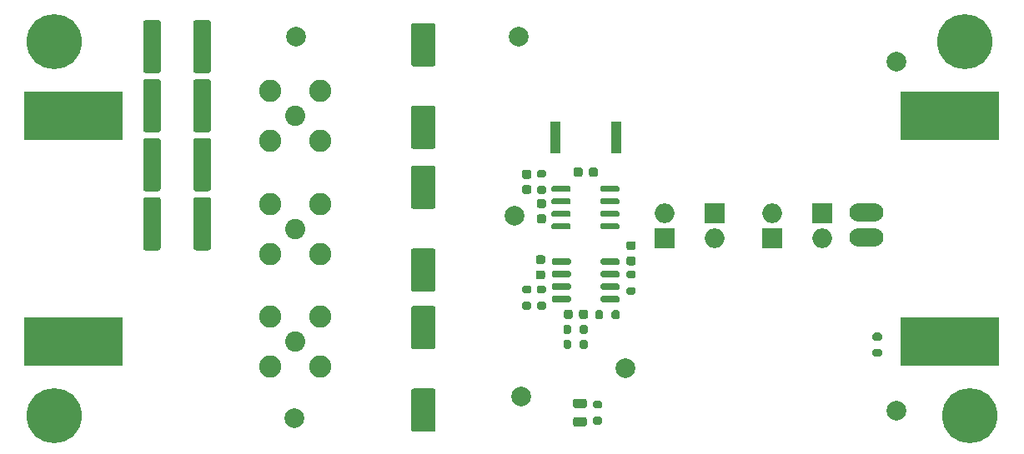
<source format=gbr>
%TF.GenerationSoftware,KiCad,Pcbnew,(5.1.8)-1*%
%TF.CreationDate,2020-11-17T00:12:26-08:00*%
%TF.ProjectId,WPT_RX,5750545f-5258-42e6-9b69-6361645f7063,rev?*%
%TF.SameCoordinates,Original*%
%TF.FileFunction,Soldermask,Top*%
%TF.FilePolarity,Negative*%
%FSLAX46Y46*%
G04 Gerber Fmt 4.6, Leading zero omitted, Abs format (unit mm)*
G04 Created by KiCad (PCBNEW (5.1.8)-1) date 2020-11-17 00:12:26*
%MOMM*%
%LPD*%
G01*
G04 APERTURE LIST*
%ADD10R,2.000000X2.000000*%
%ADD11O,2.000000X2.000000*%
%ADD12R,10.000000X5.000000*%
%ADD13C,2.250000*%
%ADD14C,2.050000*%
%ADD15O,3.479800X1.841500*%
%ADD16R,1.000000X3.200000*%
%ADD17C,2.000000*%
%ADD18C,5.600000*%
G04 APERTURE END LIST*
D10*
%TO.C,R9*%
X185000000Y-120900000D03*
D11*
X179920000Y-120900000D03*
%TD*%
D10*
%TO.C,R12*%
X174100000Y-120900000D03*
D11*
X169020000Y-120900000D03*
%TD*%
D10*
%TO.C,R13*%
X179900000Y-123500000D03*
D11*
X184980000Y-123500000D03*
%TD*%
D10*
%TO.C,R14*%
X169000000Y-123500000D03*
D11*
X174080000Y-123500000D03*
%TD*%
%TO.C,C10*%
G36*
G01*
X143500000Y-130350000D02*
X145500000Y-130350000D01*
G75*
G02*
X145750000Y-130600000I0J-250000D01*
G01*
X145750000Y-134500000D01*
G75*
G02*
X145500000Y-134750000I-250000J0D01*
G01*
X143500000Y-134750000D01*
G75*
G02*
X143250000Y-134500000I0J250000D01*
G01*
X143250000Y-130600000D01*
G75*
G02*
X143500000Y-130350000I250000J0D01*
G01*
G37*
G36*
G01*
X143500000Y-138750000D02*
X145500000Y-138750000D01*
G75*
G02*
X145750000Y-139000000I0J-250000D01*
G01*
X145750000Y-142900000D01*
G75*
G02*
X145500000Y-143150000I-250000J0D01*
G01*
X143500000Y-143150000D01*
G75*
G02*
X143250000Y-142900000I0J250000D01*
G01*
X143250000Y-139000000D01*
G75*
G02*
X143500000Y-138750000I250000J0D01*
G01*
G37*
%TD*%
%TO.C,C1*%
G36*
G01*
X165850000Y-126225000D02*
X165350000Y-126225000D01*
G75*
G02*
X165125000Y-126000000I0J225000D01*
G01*
X165125000Y-125550000D01*
G75*
G02*
X165350000Y-125325000I225000J0D01*
G01*
X165850000Y-125325000D01*
G75*
G02*
X166075000Y-125550000I0J-225000D01*
G01*
X166075000Y-126000000D01*
G75*
G02*
X165850000Y-126225000I-225000J0D01*
G01*
G37*
G36*
G01*
X165850000Y-124675000D02*
X165350000Y-124675000D01*
G75*
G02*
X165125000Y-124450000I0J225000D01*
G01*
X165125000Y-124000000D01*
G75*
G02*
X165350000Y-123775000I225000J0D01*
G01*
X165850000Y-123775000D01*
G75*
G02*
X166075000Y-124000000I0J-225000D01*
G01*
X166075000Y-124450000D01*
G75*
G02*
X165850000Y-124675000I-225000J0D01*
G01*
G37*
%TD*%
%TO.C,C2*%
G36*
G01*
X156250000Y-121050000D02*
X156750000Y-121050000D01*
G75*
G02*
X156975000Y-121275000I0J-225000D01*
G01*
X156975000Y-121725000D01*
G75*
G02*
X156750000Y-121950000I-225000J0D01*
G01*
X156250000Y-121950000D01*
G75*
G02*
X156025000Y-121725000I0J225000D01*
G01*
X156025000Y-121275000D01*
G75*
G02*
X156250000Y-121050000I225000J0D01*
G01*
G37*
G36*
G01*
X156250000Y-119500000D02*
X156750000Y-119500000D01*
G75*
G02*
X156975000Y-119725000I0J-225000D01*
G01*
X156975000Y-120175000D01*
G75*
G02*
X156750000Y-120400000I-225000J0D01*
G01*
X156250000Y-120400000D01*
G75*
G02*
X156025000Y-120175000I0J225000D01*
G01*
X156025000Y-119725000D01*
G75*
G02*
X156250000Y-119500000I225000J0D01*
G01*
G37*
%TD*%
%TO.C,C3*%
G36*
G01*
X122950000Y-113550000D02*
X122950000Y-118450000D01*
G75*
G02*
X122700000Y-118700000I-250000J0D01*
G01*
X121400000Y-118700000D01*
G75*
G02*
X121150000Y-118450000I0J250000D01*
G01*
X121150000Y-113550000D01*
G75*
G02*
X121400000Y-113300000I250000J0D01*
G01*
X122700000Y-113300000D01*
G75*
G02*
X122950000Y-113550000I0J-250000D01*
G01*
G37*
G36*
G01*
X117850000Y-113550000D02*
X117850000Y-118450000D01*
G75*
G02*
X117600000Y-118700000I-250000J0D01*
G01*
X116300000Y-118700000D01*
G75*
G02*
X116050000Y-118450000I0J250000D01*
G01*
X116050000Y-113550000D01*
G75*
G02*
X116300000Y-113300000I250000J0D01*
G01*
X117600000Y-113300000D01*
G75*
G02*
X117850000Y-113550000I0J-250000D01*
G01*
G37*
%TD*%
%TO.C,C4*%
G36*
G01*
X117850000Y-107550000D02*
X117850000Y-112450000D01*
G75*
G02*
X117600000Y-112700000I-250000J0D01*
G01*
X116300000Y-112700000D01*
G75*
G02*
X116050000Y-112450000I0J250000D01*
G01*
X116050000Y-107550000D01*
G75*
G02*
X116300000Y-107300000I250000J0D01*
G01*
X117600000Y-107300000D01*
G75*
G02*
X117850000Y-107550000I0J-250000D01*
G01*
G37*
G36*
G01*
X122950000Y-107550000D02*
X122950000Y-112450000D01*
G75*
G02*
X122700000Y-112700000I-250000J0D01*
G01*
X121400000Y-112700000D01*
G75*
G02*
X121150000Y-112450000I0J250000D01*
G01*
X121150000Y-107550000D01*
G75*
G02*
X121400000Y-107300000I250000J0D01*
G01*
X122700000Y-107300000D01*
G75*
G02*
X122950000Y-107550000I0J-250000D01*
G01*
G37*
%TD*%
%TO.C,C5*%
G36*
G01*
X122950000Y-119550000D02*
X122950000Y-124450000D01*
G75*
G02*
X122700000Y-124700000I-250000J0D01*
G01*
X121400000Y-124700000D01*
G75*
G02*
X121150000Y-124450000I0J250000D01*
G01*
X121150000Y-119550000D01*
G75*
G02*
X121400000Y-119300000I250000J0D01*
G01*
X122700000Y-119300000D01*
G75*
G02*
X122950000Y-119550000I0J-250000D01*
G01*
G37*
G36*
G01*
X117850000Y-119550000D02*
X117850000Y-124450000D01*
G75*
G02*
X117600000Y-124700000I-250000J0D01*
G01*
X116300000Y-124700000D01*
G75*
G02*
X116050000Y-124450000I0J250000D01*
G01*
X116050000Y-119550000D01*
G75*
G02*
X116300000Y-119300000I250000J0D01*
G01*
X117600000Y-119300000D01*
G75*
G02*
X117850000Y-119550000I0J-250000D01*
G01*
G37*
%TD*%
%TO.C,C6*%
G36*
G01*
X117850000Y-101550000D02*
X117850000Y-106450000D01*
G75*
G02*
X117600000Y-106700000I-250000J0D01*
G01*
X116300000Y-106700000D01*
G75*
G02*
X116050000Y-106450000I0J250000D01*
G01*
X116050000Y-101550000D01*
G75*
G02*
X116300000Y-101300000I250000J0D01*
G01*
X117600000Y-101300000D01*
G75*
G02*
X117850000Y-101550000I0J-250000D01*
G01*
G37*
G36*
G01*
X122950000Y-101550000D02*
X122950000Y-106450000D01*
G75*
G02*
X122700000Y-106700000I-250000J0D01*
G01*
X121400000Y-106700000D01*
G75*
G02*
X121150000Y-106450000I0J250000D01*
G01*
X121150000Y-101550000D01*
G75*
G02*
X121400000Y-101300000I250000J0D01*
G01*
X122700000Y-101300000D01*
G75*
G02*
X122950000Y-101550000I0J-250000D01*
G01*
G37*
%TD*%
%TO.C,C7*%
G36*
G01*
X159675000Y-130950000D02*
X159675000Y-131450000D01*
G75*
G02*
X159450000Y-131675000I-225000J0D01*
G01*
X159000000Y-131675000D01*
G75*
G02*
X158775000Y-131450000I0J225000D01*
G01*
X158775000Y-130950000D01*
G75*
G02*
X159000000Y-130725000I225000J0D01*
G01*
X159450000Y-130725000D01*
G75*
G02*
X159675000Y-130950000I0J-225000D01*
G01*
G37*
G36*
G01*
X161225000Y-130950000D02*
X161225000Y-131450000D01*
G75*
G02*
X161000000Y-131675000I-225000J0D01*
G01*
X160550000Y-131675000D01*
G75*
G02*
X160325000Y-131450000I0J225000D01*
G01*
X160325000Y-130950000D01*
G75*
G02*
X160550000Y-130725000I225000J0D01*
G01*
X161000000Y-130725000D01*
G75*
G02*
X161225000Y-130950000I0J-225000D01*
G01*
G37*
%TD*%
%TO.C,C8*%
G36*
G01*
X156650000Y-127650000D02*
X156150000Y-127650000D01*
G75*
G02*
X155925000Y-127425000I0J225000D01*
G01*
X155925000Y-126975000D01*
G75*
G02*
X156150000Y-126750000I225000J0D01*
G01*
X156650000Y-126750000D01*
G75*
G02*
X156875000Y-126975000I0J-225000D01*
G01*
X156875000Y-127425000D01*
G75*
G02*
X156650000Y-127650000I-225000J0D01*
G01*
G37*
G36*
G01*
X156650000Y-126100000D02*
X156150000Y-126100000D01*
G75*
G02*
X155925000Y-125875000I0J225000D01*
G01*
X155925000Y-125425000D01*
G75*
G02*
X156150000Y-125200000I225000J0D01*
G01*
X156650000Y-125200000D01*
G75*
G02*
X156875000Y-125425000I0J-225000D01*
G01*
X156875000Y-125875000D01*
G75*
G02*
X156650000Y-126100000I-225000J0D01*
G01*
G37*
%TD*%
%TO.C,C9*%
G36*
G01*
X154750000Y-116525000D02*
X155250000Y-116525000D01*
G75*
G02*
X155475000Y-116750000I0J-225000D01*
G01*
X155475000Y-117200000D01*
G75*
G02*
X155250000Y-117425000I-225000J0D01*
G01*
X154750000Y-117425000D01*
G75*
G02*
X154525000Y-117200000I0J225000D01*
G01*
X154525000Y-116750000D01*
G75*
G02*
X154750000Y-116525000I225000J0D01*
G01*
G37*
G36*
G01*
X154750000Y-118075000D02*
X155250000Y-118075000D01*
G75*
G02*
X155475000Y-118300000I0J-225000D01*
G01*
X155475000Y-118750000D01*
G75*
G02*
X155250000Y-118975000I-225000J0D01*
G01*
X154750000Y-118975000D01*
G75*
G02*
X154525000Y-118750000I0J225000D01*
G01*
X154525000Y-118300000D01*
G75*
G02*
X154750000Y-118075000I225000J0D01*
G01*
G37*
%TD*%
%TO.C,C11*%
G36*
G01*
X143500000Y-110000000D02*
X145500000Y-110000000D01*
G75*
G02*
X145750000Y-110250000I0J-250000D01*
G01*
X145750000Y-114150000D01*
G75*
G02*
X145500000Y-114400000I-250000J0D01*
G01*
X143500000Y-114400000D01*
G75*
G02*
X143250000Y-114150000I0J250000D01*
G01*
X143250000Y-110250000D01*
G75*
G02*
X143500000Y-110000000I250000J0D01*
G01*
G37*
G36*
G01*
X143500000Y-101600000D02*
X145500000Y-101600000D01*
G75*
G02*
X145750000Y-101850000I0J-250000D01*
G01*
X145750000Y-105750000D01*
G75*
G02*
X145500000Y-106000000I-250000J0D01*
G01*
X143500000Y-106000000D01*
G75*
G02*
X143250000Y-105750000I0J250000D01*
G01*
X143250000Y-101850000D01*
G75*
G02*
X143500000Y-101600000I250000J0D01*
G01*
G37*
%TD*%
%TO.C,C12*%
G36*
G01*
X145500000Y-128900000D02*
X143500000Y-128900000D01*
G75*
G02*
X143250000Y-128650000I0J250000D01*
G01*
X143250000Y-124750000D01*
G75*
G02*
X143500000Y-124500000I250000J0D01*
G01*
X145500000Y-124500000D01*
G75*
G02*
X145750000Y-124750000I0J-250000D01*
G01*
X145750000Y-128650000D01*
G75*
G02*
X145500000Y-128900000I-250000J0D01*
G01*
G37*
G36*
G01*
X145500000Y-120500000D02*
X143500000Y-120500000D01*
G75*
G02*
X143250000Y-120250000I0J250000D01*
G01*
X143250000Y-116350000D01*
G75*
G02*
X143500000Y-116100000I250000J0D01*
G01*
X145500000Y-116100000D01*
G75*
G02*
X145750000Y-116350000I0J-250000D01*
G01*
X145750000Y-120250000D01*
G75*
G02*
X145500000Y-120500000I-250000J0D01*
G01*
G37*
%TD*%
%TO.C,D5*%
G36*
G01*
X160856250Y-142625000D02*
X159943750Y-142625000D01*
G75*
G02*
X159700000Y-142381250I0J243750D01*
G01*
X159700000Y-141893750D01*
G75*
G02*
X159943750Y-141650000I243750J0D01*
G01*
X160856250Y-141650000D01*
G75*
G02*
X161100000Y-141893750I0J-243750D01*
G01*
X161100000Y-142381250D01*
G75*
G02*
X160856250Y-142625000I-243750J0D01*
G01*
G37*
G36*
G01*
X160856250Y-140750000D02*
X159943750Y-140750000D01*
G75*
G02*
X159700000Y-140506250I0J243750D01*
G01*
X159700000Y-140018750D01*
G75*
G02*
X159943750Y-139775000I243750J0D01*
G01*
X160856250Y-139775000D01*
G75*
G02*
X161100000Y-140018750I0J-243750D01*
G01*
X161100000Y-140506250D01*
G75*
G02*
X160856250Y-140750000I-243750J0D01*
G01*
G37*
%TD*%
D12*
%TO.C,J1*%
X109000000Y-111000000D03*
%TD*%
%TO.C,J2*%
X109000000Y-134000000D03*
%TD*%
D13*
%TO.C,J3*%
X128960000Y-125040000D03*
X128960000Y-119960000D03*
X134040000Y-119960000D03*
X134040000Y-125040000D03*
D14*
X131500000Y-122500000D03*
%TD*%
D13*
%TO.C,J4*%
X128960000Y-113540000D03*
X128960000Y-108460000D03*
X134040000Y-108460000D03*
X134040000Y-113540000D03*
D14*
X131500000Y-111000000D03*
%TD*%
%TO.C,J5*%
X131500000Y-134000000D03*
D13*
X134040000Y-136540000D03*
X134040000Y-131460000D03*
X128960000Y-131460000D03*
X128960000Y-136540000D03*
%TD*%
D12*
%TO.C,J6*%
X198000000Y-111000000D03*
%TD*%
%TO.C,J7*%
X198000000Y-134000000D03*
%TD*%
D15*
%TO.C,J8*%
X189480000Y-120830000D03*
X189480000Y-123370000D03*
%TD*%
%TO.C,R1*%
G36*
G01*
X158725000Y-133025000D02*
X158725000Y-132475000D01*
G75*
G02*
X158925000Y-132275000I200000J0D01*
G01*
X159325000Y-132275000D01*
G75*
G02*
X159525000Y-132475000I0J-200000D01*
G01*
X159525000Y-133025000D01*
G75*
G02*
X159325000Y-133225000I-200000J0D01*
G01*
X158925000Y-133225000D01*
G75*
G02*
X158725000Y-133025000I0J200000D01*
G01*
G37*
G36*
G01*
X160375000Y-133025000D02*
X160375000Y-132475000D01*
G75*
G02*
X160575000Y-132275000I200000J0D01*
G01*
X160975000Y-132275000D01*
G75*
G02*
X161175000Y-132475000I0J-200000D01*
G01*
X161175000Y-133025000D01*
G75*
G02*
X160975000Y-133225000I-200000J0D01*
G01*
X160575000Y-133225000D01*
G75*
G02*
X160375000Y-133025000I0J200000D01*
G01*
G37*
%TD*%
%TO.C,R2*%
G36*
G01*
X161175000Y-133975000D02*
X161175000Y-134525000D01*
G75*
G02*
X160975000Y-134725000I-200000J0D01*
G01*
X160575000Y-134725000D01*
G75*
G02*
X160375000Y-134525000I0J200000D01*
G01*
X160375000Y-133975000D01*
G75*
G02*
X160575000Y-133775000I200000J0D01*
G01*
X160975000Y-133775000D01*
G75*
G02*
X161175000Y-133975000I0J-200000D01*
G01*
G37*
G36*
G01*
X159525000Y-133975000D02*
X159525000Y-134525000D01*
G75*
G02*
X159325000Y-134725000I-200000J0D01*
G01*
X158925000Y-134725000D01*
G75*
G02*
X158725000Y-134525000I0J200000D01*
G01*
X158725000Y-133975000D01*
G75*
G02*
X158925000Y-133775000I200000J0D01*
G01*
X159325000Y-133775000D01*
G75*
G02*
X159525000Y-133975000I0J-200000D01*
G01*
G37*
%TD*%
%TO.C,R3*%
G36*
G01*
X156775000Y-130725000D02*
X156225000Y-130725000D01*
G75*
G02*
X156025000Y-130525000I0J200000D01*
G01*
X156025000Y-130125000D01*
G75*
G02*
X156225000Y-129925000I200000J0D01*
G01*
X156775000Y-129925000D01*
G75*
G02*
X156975000Y-130125000I0J-200000D01*
G01*
X156975000Y-130525000D01*
G75*
G02*
X156775000Y-130725000I-200000J0D01*
G01*
G37*
G36*
G01*
X156775000Y-129075000D02*
X156225000Y-129075000D01*
G75*
G02*
X156025000Y-128875000I0J200000D01*
G01*
X156025000Y-128475000D01*
G75*
G02*
X156225000Y-128275000I200000J0D01*
G01*
X156775000Y-128275000D01*
G75*
G02*
X156975000Y-128475000I0J-200000D01*
G01*
X156975000Y-128875000D01*
G75*
G02*
X156775000Y-129075000I-200000J0D01*
G01*
G37*
%TD*%
%TO.C,R4*%
G36*
G01*
X154725000Y-129925000D02*
X155275000Y-129925000D01*
G75*
G02*
X155475000Y-130125000I0J-200000D01*
G01*
X155475000Y-130525000D01*
G75*
G02*
X155275000Y-130725000I-200000J0D01*
G01*
X154725000Y-130725000D01*
G75*
G02*
X154525000Y-130525000I0J200000D01*
G01*
X154525000Y-130125000D01*
G75*
G02*
X154725000Y-129925000I200000J0D01*
G01*
G37*
G36*
G01*
X154725000Y-128275000D02*
X155275000Y-128275000D01*
G75*
G02*
X155475000Y-128475000I0J-200000D01*
G01*
X155475000Y-128875000D01*
G75*
G02*
X155275000Y-129075000I-200000J0D01*
G01*
X154725000Y-129075000D01*
G75*
G02*
X154525000Y-128875000I0J200000D01*
G01*
X154525000Y-128475000D01*
G75*
G02*
X154725000Y-128275000I200000J0D01*
G01*
G37*
%TD*%
%TO.C,R5*%
G36*
G01*
X156775000Y-117325000D02*
X156225000Y-117325000D01*
G75*
G02*
X156025000Y-117125000I0J200000D01*
G01*
X156025000Y-116725000D01*
G75*
G02*
X156225000Y-116525000I200000J0D01*
G01*
X156775000Y-116525000D01*
G75*
G02*
X156975000Y-116725000I0J-200000D01*
G01*
X156975000Y-117125000D01*
G75*
G02*
X156775000Y-117325000I-200000J0D01*
G01*
G37*
G36*
G01*
X156775000Y-118975000D02*
X156225000Y-118975000D01*
G75*
G02*
X156025000Y-118775000I0J200000D01*
G01*
X156025000Y-118375000D01*
G75*
G02*
X156225000Y-118175000I200000J0D01*
G01*
X156775000Y-118175000D01*
G75*
G02*
X156975000Y-118375000I0J-200000D01*
G01*
X156975000Y-118775000D01*
G75*
G02*
X156775000Y-118975000I-200000J0D01*
G01*
G37*
%TD*%
%TO.C,R6*%
G36*
G01*
X162775000Y-130975000D02*
X162775000Y-131525000D01*
G75*
G02*
X162575000Y-131725000I-200000J0D01*
G01*
X162175000Y-131725000D01*
G75*
G02*
X161975000Y-131525000I0J200000D01*
G01*
X161975000Y-130975000D01*
G75*
G02*
X162175000Y-130775000I200000J0D01*
G01*
X162575000Y-130775000D01*
G75*
G02*
X162775000Y-130975000I0J-200000D01*
G01*
G37*
G36*
G01*
X164425000Y-130975000D02*
X164425000Y-131525000D01*
G75*
G02*
X164225000Y-131725000I-200000J0D01*
G01*
X163825000Y-131725000D01*
G75*
G02*
X163625000Y-131525000I0J200000D01*
G01*
X163625000Y-130975000D01*
G75*
G02*
X163825000Y-130775000I200000J0D01*
G01*
X164225000Y-130775000D01*
G75*
G02*
X164425000Y-130975000I0J-200000D01*
G01*
G37*
%TD*%
%TO.C,R7*%
G36*
G01*
X165325000Y-126775000D02*
X165875000Y-126775000D01*
G75*
G02*
X166075000Y-126975000I0J-200000D01*
G01*
X166075000Y-127375000D01*
G75*
G02*
X165875000Y-127575000I-200000J0D01*
G01*
X165325000Y-127575000D01*
G75*
G02*
X165125000Y-127375000I0J200000D01*
G01*
X165125000Y-126975000D01*
G75*
G02*
X165325000Y-126775000I200000J0D01*
G01*
G37*
G36*
G01*
X165325000Y-128425000D02*
X165875000Y-128425000D01*
G75*
G02*
X166075000Y-128625000I0J-200000D01*
G01*
X166075000Y-129025000D01*
G75*
G02*
X165875000Y-129225000I-200000J0D01*
G01*
X165325000Y-129225000D01*
G75*
G02*
X165125000Y-129025000I0J200000D01*
G01*
X165125000Y-128625000D01*
G75*
G02*
X165325000Y-128425000I200000J0D01*
G01*
G37*
%TD*%
%TO.C,R8*%
G36*
G01*
X161925000Y-141625000D02*
X162475000Y-141625000D01*
G75*
G02*
X162675000Y-141825000I0J-200000D01*
G01*
X162675000Y-142225000D01*
G75*
G02*
X162475000Y-142425000I-200000J0D01*
G01*
X161925000Y-142425000D01*
G75*
G02*
X161725000Y-142225000I0J200000D01*
G01*
X161725000Y-141825000D01*
G75*
G02*
X161925000Y-141625000I200000J0D01*
G01*
G37*
G36*
G01*
X161925000Y-139975000D02*
X162475000Y-139975000D01*
G75*
G02*
X162675000Y-140175000I0J-200000D01*
G01*
X162675000Y-140575000D01*
G75*
G02*
X162475000Y-140775000I-200000J0D01*
G01*
X161925000Y-140775000D01*
G75*
G02*
X161725000Y-140575000I0J200000D01*
G01*
X161725000Y-140175000D01*
G75*
G02*
X161925000Y-139975000I200000J0D01*
G01*
G37*
%TD*%
%TO.C,R10*%
G36*
G01*
X190325000Y-133075000D02*
X190875000Y-133075000D01*
G75*
G02*
X191075000Y-133275000I0J-200000D01*
G01*
X191075000Y-133675000D01*
G75*
G02*
X190875000Y-133875000I-200000J0D01*
G01*
X190325000Y-133875000D01*
G75*
G02*
X190125000Y-133675000I0J200000D01*
G01*
X190125000Y-133275000D01*
G75*
G02*
X190325000Y-133075000I200000J0D01*
G01*
G37*
G36*
G01*
X190325000Y-134725000D02*
X190875000Y-134725000D01*
G75*
G02*
X191075000Y-134925000I0J-200000D01*
G01*
X191075000Y-135325000D01*
G75*
G02*
X190875000Y-135525000I-200000J0D01*
G01*
X190325000Y-135525000D01*
G75*
G02*
X190125000Y-135325000I0J200000D01*
G01*
X190125000Y-134925000D01*
G75*
G02*
X190325000Y-134725000I200000J0D01*
G01*
G37*
%TD*%
D16*
%TO.C,R11*%
X157900000Y-113250000D03*
X164100000Y-113250000D03*
%TD*%
%TO.C,U1*%
G36*
G01*
X162500000Y-125995000D02*
X162500000Y-125695000D01*
G75*
G02*
X162650000Y-125545000I150000J0D01*
G01*
X164300000Y-125545000D01*
G75*
G02*
X164450000Y-125695000I0J-150000D01*
G01*
X164450000Y-125995000D01*
G75*
G02*
X164300000Y-126145000I-150000J0D01*
G01*
X162650000Y-126145000D01*
G75*
G02*
X162500000Y-125995000I0J150000D01*
G01*
G37*
G36*
G01*
X162500000Y-127265000D02*
X162500000Y-126965000D01*
G75*
G02*
X162650000Y-126815000I150000J0D01*
G01*
X164300000Y-126815000D01*
G75*
G02*
X164450000Y-126965000I0J-150000D01*
G01*
X164450000Y-127265000D01*
G75*
G02*
X164300000Y-127415000I-150000J0D01*
G01*
X162650000Y-127415000D01*
G75*
G02*
X162500000Y-127265000I0J150000D01*
G01*
G37*
G36*
G01*
X162500000Y-128535000D02*
X162500000Y-128235000D01*
G75*
G02*
X162650000Y-128085000I150000J0D01*
G01*
X164300000Y-128085000D01*
G75*
G02*
X164450000Y-128235000I0J-150000D01*
G01*
X164450000Y-128535000D01*
G75*
G02*
X164300000Y-128685000I-150000J0D01*
G01*
X162650000Y-128685000D01*
G75*
G02*
X162500000Y-128535000I0J150000D01*
G01*
G37*
G36*
G01*
X162500000Y-129805000D02*
X162500000Y-129505000D01*
G75*
G02*
X162650000Y-129355000I150000J0D01*
G01*
X164300000Y-129355000D01*
G75*
G02*
X164450000Y-129505000I0J-150000D01*
G01*
X164450000Y-129805000D01*
G75*
G02*
X164300000Y-129955000I-150000J0D01*
G01*
X162650000Y-129955000D01*
G75*
G02*
X162500000Y-129805000I0J150000D01*
G01*
G37*
G36*
G01*
X157550000Y-129805000D02*
X157550000Y-129505000D01*
G75*
G02*
X157700000Y-129355000I150000J0D01*
G01*
X159350000Y-129355000D01*
G75*
G02*
X159500000Y-129505000I0J-150000D01*
G01*
X159500000Y-129805000D01*
G75*
G02*
X159350000Y-129955000I-150000J0D01*
G01*
X157700000Y-129955000D01*
G75*
G02*
X157550000Y-129805000I0J150000D01*
G01*
G37*
G36*
G01*
X157550000Y-128535000D02*
X157550000Y-128235000D01*
G75*
G02*
X157700000Y-128085000I150000J0D01*
G01*
X159350000Y-128085000D01*
G75*
G02*
X159500000Y-128235000I0J-150000D01*
G01*
X159500000Y-128535000D01*
G75*
G02*
X159350000Y-128685000I-150000J0D01*
G01*
X157700000Y-128685000D01*
G75*
G02*
X157550000Y-128535000I0J150000D01*
G01*
G37*
G36*
G01*
X157550000Y-127265000D02*
X157550000Y-126965000D01*
G75*
G02*
X157700000Y-126815000I150000J0D01*
G01*
X159350000Y-126815000D01*
G75*
G02*
X159500000Y-126965000I0J-150000D01*
G01*
X159500000Y-127265000D01*
G75*
G02*
X159350000Y-127415000I-150000J0D01*
G01*
X157700000Y-127415000D01*
G75*
G02*
X157550000Y-127265000I0J150000D01*
G01*
G37*
G36*
G01*
X157550000Y-125995000D02*
X157550000Y-125695000D01*
G75*
G02*
X157700000Y-125545000I150000J0D01*
G01*
X159350000Y-125545000D01*
G75*
G02*
X159500000Y-125695000I0J-150000D01*
G01*
X159500000Y-125995000D01*
G75*
G02*
X159350000Y-126145000I-150000J0D01*
G01*
X157700000Y-126145000D01*
G75*
G02*
X157550000Y-125995000I0J150000D01*
G01*
G37*
%TD*%
%TO.C,U2*%
G36*
G01*
X164425000Y-122120000D02*
X164425000Y-122420000D01*
G75*
G02*
X164275000Y-122570000I-150000J0D01*
G01*
X162625000Y-122570000D01*
G75*
G02*
X162475000Y-122420000I0J150000D01*
G01*
X162475000Y-122120000D01*
G75*
G02*
X162625000Y-121970000I150000J0D01*
G01*
X164275000Y-121970000D01*
G75*
G02*
X164425000Y-122120000I0J-150000D01*
G01*
G37*
G36*
G01*
X164425000Y-120850000D02*
X164425000Y-121150000D01*
G75*
G02*
X164275000Y-121300000I-150000J0D01*
G01*
X162625000Y-121300000D01*
G75*
G02*
X162475000Y-121150000I0J150000D01*
G01*
X162475000Y-120850000D01*
G75*
G02*
X162625000Y-120700000I150000J0D01*
G01*
X164275000Y-120700000D01*
G75*
G02*
X164425000Y-120850000I0J-150000D01*
G01*
G37*
G36*
G01*
X164425000Y-119580000D02*
X164425000Y-119880000D01*
G75*
G02*
X164275000Y-120030000I-150000J0D01*
G01*
X162625000Y-120030000D01*
G75*
G02*
X162475000Y-119880000I0J150000D01*
G01*
X162475000Y-119580000D01*
G75*
G02*
X162625000Y-119430000I150000J0D01*
G01*
X164275000Y-119430000D01*
G75*
G02*
X164425000Y-119580000I0J-150000D01*
G01*
G37*
G36*
G01*
X164425000Y-118310000D02*
X164425000Y-118610000D01*
G75*
G02*
X164275000Y-118760000I-150000J0D01*
G01*
X162625000Y-118760000D01*
G75*
G02*
X162475000Y-118610000I0J150000D01*
G01*
X162475000Y-118310000D01*
G75*
G02*
X162625000Y-118160000I150000J0D01*
G01*
X164275000Y-118160000D01*
G75*
G02*
X164425000Y-118310000I0J-150000D01*
G01*
G37*
G36*
G01*
X159475000Y-118310000D02*
X159475000Y-118610000D01*
G75*
G02*
X159325000Y-118760000I-150000J0D01*
G01*
X157675000Y-118760000D01*
G75*
G02*
X157525000Y-118610000I0J150000D01*
G01*
X157525000Y-118310000D01*
G75*
G02*
X157675000Y-118160000I150000J0D01*
G01*
X159325000Y-118160000D01*
G75*
G02*
X159475000Y-118310000I0J-150000D01*
G01*
G37*
G36*
G01*
X159475000Y-119580000D02*
X159475000Y-119880000D01*
G75*
G02*
X159325000Y-120030000I-150000J0D01*
G01*
X157675000Y-120030000D01*
G75*
G02*
X157525000Y-119880000I0J150000D01*
G01*
X157525000Y-119580000D01*
G75*
G02*
X157675000Y-119430000I150000J0D01*
G01*
X159325000Y-119430000D01*
G75*
G02*
X159475000Y-119580000I0J-150000D01*
G01*
G37*
G36*
G01*
X159475000Y-120850000D02*
X159475000Y-121150000D01*
G75*
G02*
X159325000Y-121300000I-150000J0D01*
G01*
X157675000Y-121300000D01*
G75*
G02*
X157525000Y-121150000I0J150000D01*
G01*
X157525000Y-120850000D01*
G75*
G02*
X157675000Y-120700000I150000J0D01*
G01*
X159325000Y-120700000D01*
G75*
G02*
X159475000Y-120850000I0J-150000D01*
G01*
G37*
G36*
G01*
X159475000Y-122120000D02*
X159475000Y-122420000D01*
G75*
G02*
X159325000Y-122570000I-150000J0D01*
G01*
X157675000Y-122570000D01*
G75*
G02*
X157525000Y-122420000I0J150000D01*
G01*
X157525000Y-122120000D01*
G75*
G02*
X157675000Y-121970000I150000J0D01*
G01*
X159325000Y-121970000D01*
G75*
G02*
X159475000Y-122120000I0J-150000D01*
G01*
G37*
%TD*%
D17*
%TO.C,TP1*%
X154200000Y-103000000D03*
%TD*%
%TO.C,TP2*%
X131600000Y-103000000D03*
%TD*%
%TO.C,TP3*%
X131400000Y-141800000D03*
%TD*%
%TO.C,TP4*%
X153800000Y-121200000D03*
%TD*%
%TO.C,TP5*%
X154400000Y-139600000D03*
%TD*%
%TO.C,TP6*%
X192500000Y-105500000D03*
%TD*%
%TO.C,TP7*%
X192500000Y-141000000D03*
%TD*%
%TO.C,TP8*%
X165000000Y-136700000D03*
%TD*%
D18*
%TO.C,H1*%
X199500000Y-103500000D03*
%TD*%
%TO.C,H2*%
X200000000Y-141500000D03*
%TD*%
%TO.C,H3*%
X107000000Y-103500000D03*
%TD*%
%TO.C,H4*%
X107000000Y-141500000D03*
%TD*%
%TO.C,C13*%
G36*
G01*
X159775000Y-117000000D02*
X159775000Y-116500000D01*
G75*
G02*
X160000000Y-116275000I225000J0D01*
G01*
X160450000Y-116275000D01*
G75*
G02*
X160675000Y-116500000I0J-225000D01*
G01*
X160675000Y-117000000D01*
G75*
G02*
X160450000Y-117225000I-225000J0D01*
G01*
X160000000Y-117225000D01*
G75*
G02*
X159775000Y-117000000I0J225000D01*
G01*
G37*
G36*
G01*
X161325000Y-117000000D02*
X161325000Y-116500000D01*
G75*
G02*
X161550000Y-116275000I225000J0D01*
G01*
X162000000Y-116275000D01*
G75*
G02*
X162225000Y-116500000I0J-225000D01*
G01*
X162225000Y-117000000D01*
G75*
G02*
X162000000Y-117225000I-225000J0D01*
G01*
X161550000Y-117225000D01*
G75*
G02*
X161325000Y-117000000I0J225000D01*
G01*
G37*
%TD*%
M02*

</source>
